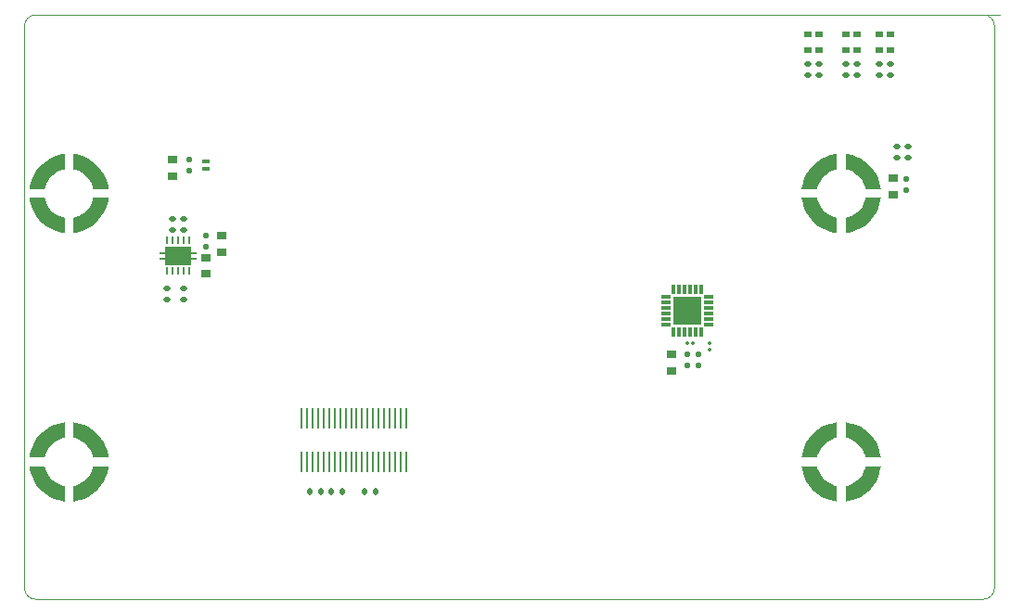
<source format=gtp>
G04*
G04 #@! TF.GenerationSoftware,Altium Limited,Altium Designer,24.5.2 (23)*
G04*
G04 Layer_Color=8421504*
%FSLAX25Y25*%
%MOIN*%
G70*
G04*
G04 #@! TF.SameCoordinates,F16C448E-738A-4C22-B855-8D49D10EB716*
G04*
G04*
G04 #@! TF.FilePolarity,Positive*
G04*
G01*
G75*
%ADD20C,0.00100*%
G04:AMPARAMS|DCode=21|XSize=23.62mil|YSize=17.72mil|CornerRadius=4.43mil|HoleSize=0mil|Usage=FLASHONLY|Rotation=90.000|XOffset=0mil|YOffset=0mil|HoleType=Round|Shape=RoundedRectangle|*
%AMROUNDEDRECTD21*
21,1,0.02362,0.00886,0,0,90.0*
21,1,0.01476,0.01772,0,0,90.0*
1,1,0.00886,0.00443,0.00738*
1,1,0.00886,0.00443,-0.00738*
1,1,0.00886,-0.00443,-0.00738*
1,1,0.00886,-0.00443,0.00738*
%
%ADD21ROUNDEDRECTD21*%
%ADD22R,0.10039X0.10039*%
G04:AMPARAMS|DCode=23|XSize=35.43mil|YSize=11.81mil|CornerRadius=2.95mil|HoleSize=0mil|Usage=FLASHONLY|Rotation=270.000|XOffset=0mil|YOffset=0mil|HoleType=Round|Shape=RoundedRectangle|*
%AMROUNDEDRECTD23*
21,1,0.03543,0.00591,0,0,270.0*
21,1,0.02953,0.01181,0,0,270.0*
1,1,0.00591,-0.00295,-0.01476*
1,1,0.00591,-0.00295,0.01476*
1,1,0.00591,0.00295,0.01476*
1,1,0.00591,0.00295,-0.01476*
%
%ADD23ROUNDEDRECTD23*%
G04:AMPARAMS|DCode=24|XSize=35.43mil|YSize=11.81mil|CornerRadius=2.95mil|HoleSize=0mil|Usage=FLASHONLY|Rotation=180.000|XOffset=0mil|YOffset=0mil|HoleType=Round|Shape=RoundedRectangle|*
%AMROUNDEDRECTD24*
21,1,0.03543,0.00591,0,0,180.0*
21,1,0.02953,0.01181,0,0,180.0*
1,1,0.00591,-0.01476,0.00295*
1,1,0.00591,0.01476,0.00295*
1,1,0.00591,0.01476,-0.00295*
1,1,0.00591,-0.01476,-0.00295*
%
%ADD24ROUNDEDRECTD24*%
G04:AMPARAMS|DCode=25|XSize=21.62mil|YSize=17.69mil|CornerRadius=3.92mil|HoleSize=0mil|Usage=FLASHONLY|Rotation=0.000|XOffset=0mil|YOffset=0mil|HoleType=Round|Shape=RoundedRectangle|*
%AMROUNDEDRECTD25*
21,1,0.02162,0.00984,0,0,0.0*
21,1,0.01378,0.01769,0,0,0.0*
1,1,0.00784,0.00689,-0.00492*
1,1,0.00784,-0.00689,-0.00492*
1,1,0.00784,-0.00689,0.00492*
1,1,0.00784,0.00689,0.00492*
%
%ADD25ROUNDEDRECTD25*%
G04:AMPARAMS|DCode=26|XSize=32.68mil|YSize=27.56mil|CornerRadius=2.76mil|HoleSize=0mil|Usage=FLASHONLY|Rotation=0.000|XOffset=0mil|YOffset=0mil|HoleType=Round|Shape=RoundedRectangle|*
%AMROUNDEDRECTD26*
21,1,0.03268,0.02205,0,0,0.0*
21,1,0.02717,0.02756,0,0,0.0*
1,1,0.00551,0.01358,-0.01102*
1,1,0.00551,-0.01358,-0.01102*
1,1,0.00551,-0.01358,0.01102*
1,1,0.00551,0.01358,0.01102*
%
%ADD26ROUNDEDRECTD26*%
G04:AMPARAMS|DCode=27|XSize=13.78mil|YSize=11.81mil|CornerRadius=2.95mil|HoleSize=0mil|Usage=FLASHONLY|Rotation=90.000|XOffset=0mil|YOffset=0mil|HoleType=Round|Shape=RoundedRectangle|*
%AMROUNDEDRECTD27*
21,1,0.01378,0.00591,0,0,90.0*
21,1,0.00787,0.01181,0,0,90.0*
1,1,0.00591,0.00295,0.00394*
1,1,0.00591,0.00295,-0.00394*
1,1,0.00591,-0.00295,-0.00394*
1,1,0.00591,-0.00295,0.00394*
%
%ADD27ROUNDEDRECTD27*%
G04:AMPARAMS|DCode=28|XSize=13.78mil|YSize=11.81mil|CornerRadius=2.95mil|HoleSize=0mil|Usage=FLASHONLY|Rotation=180.000|XOffset=0mil|YOffset=0mil|HoleType=Round|Shape=RoundedRectangle|*
%AMROUNDEDRECTD28*
21,1,0.01378,0.00591,0,0,180.0*
21,1,0.00787,0.01181,0,0,180.0*
1,1,0.00591,-0.00394,0.00295*
1,1,0.00591,0.00394,0.00295*
1,1,0.00591,0.00394,-0.00295*
1,1,0.00591,-0.00394,-0.00295*
%
%ADD28ROUNDEDRECTD28*%
G04:AMPARAMS|DCode=29|XSize=23.62mil|YSize=17.72mil|CornerRadius=4.43mil|HoleSize=0mil|Usage=FLASHONLY|Rotation=180.000|XOffset=0mil|YOffset=0mil|HoleType=Round|Shape=RoundedRectangle|*
%AMROUNDEDRECTD29*
21,1,0.02362,0.00886,0,0,180.0*
21,1,0.01476,0.01772,0,0,180.0*
1,1,0.00886,-0.00738,0.00443*
1,1,0.00886,0.00738,0.00443*
1,1,0.00886,0.00738,-0.00443*
1,1,0.00886,-0.00738,-0.00443*
%
%ADD29ROUNDEDRECTD29*%
%ADD30R,0.02756X0.02362*%
G04:AMPARAMS|DCode=31|XSize=70.87mil|YSize=9.84mil|CornerRadius=0.49mil|HoleSize=0mil|Usage=FLASHONLY|Rotation=270.000|XOffset=0mil|YOffset=0mil|HoleType=Round|Shape=RoundedRectangle|*
%AMROUNDEDRECTD31*
21,1,0.07087,0.00886,0,0,270.0*
21,1,0.06988,0.00984,0,0,270.0*
1,1,0.00098,-0.00443,-0.03494*
1,1,0.00098,-0.00443,0.03494*
1,1,0.00098,0.00443,0.03494*
1,1,0.00098,0.00443,-0.03494*
%
%ADD31ROUNDEDRECTD31*%
G04:AMPARAMS|DCode=32|XSize=23.62mil|YSize=9.84mil|CornerRadius=1.48mil|HoleSize=0mil|Usage=FLASHONLY|Rotation=270.000|XOffset=0mil|YOffset=0mil|HoleType=Round|Shape=RoundedRectangle|*
%AMROUNDEDRECTD32*
21,1,0.02362,0.00689,0,0,270.0*
21,1,0.02067,0.00984,0,0,270.0*
1,1,0.00295,-0.00344,-0.01033*
1,1,0.00295,-0.00344,0.01033*
1,1,0.00295,0.00344,0.01033*
1,1,0.00295,0.00344,-0.01033*
%
%ADD32ROUNDEDRECTD32*%
G04:AMPARAMS|DCode=33|XSize=94.49mil|YSize=64.96mil|CornerRadius=1.62mil|HoleSize=0mil|Usage=FLASHONLY|Rotation=0.000|XOffset=0mil|YOffset=0mil|HoleType=Round|Shape=RoundedRectangle|*
%AMROUNDEDRECTD33*
21,1,0.09449,0.06171,0,0,0.0*
21,1,0.09124,0.06496,0,0,0.0*
1,1,0.00325,0.04562,-0.03086*
1,1,0.00325,-0.04562,-0.03086*
1,1,0.00325,-0.04562,0.03086*
1,1,0.00325,0.04562,0.03086*
%
%ADD33ROUNDEDRECTD33*%
G04:AMPARAMS|DCode=34|XSize=19.69mil|YSize=9.84mil|CornerRadius=0mil|HoleSize=0mil|Usage=FLASHONLY|Rotation=0.000|XOffset=0mil|YOffset=0mil|HoleType=Round|Shape=RoundedRectangle|*
%AMROUNDEDRECTD34*
21,1,0.01969,0.00984,0,0,0.0*
21,1,0.01969,0.00984,0,0,0.0*
1,1,0.00000,0.00985,-0.00492*
1,1,0.00000,-0.00985,-0.00492*
1,1,0.00000,-0.00985,0.00492*
1,1,0.00000,0.00985,0.00492*
%
%ADD34ROUNDEDRECTD34*%
G04:AMPARAMS|DCode=35|XSize=13.78mil|YSize=23.62mil|CornerRadius=1.38mil|HoleSize=0mil|Usage=FLASHONLY|Rotation=90.000|XOffset=0mil|YOffset=0mil|HoleType=Round|Shape=RoundedRectangle|*
%AMROUNDEDRECTD35*
21,1,0.01378,0.02087,0,0,90.0*
21,1,0.01102,0.02362,0,0,90.0*
1,1,0.00276,0.01043,0.00551*
1,1,0.00276,0.01043,-0.00551*
1,1,0.00276,-0.01043,-0.00551*
1,1,0.00276,-0.01043,0.00551*
%
%ADD35ROUNDEDRECTD35*%
G36*
X942371Y607022D02*
X942372Y612569D01*
X941720Y612713D01*
X940458Y613147D01*
X939276Y613766D01*
X938201Y614556D01*
X937257Y615500D01*
X936467Y616575D01*
X935848Y617757D01*
X935414Y619019D01*
X935270Y619671D01*
Y619671D01*
X929723Y619671D01*
X929812Y618870D01*
X930168Y617298D01*
X930698Y615776D01*
X931396Y614323D01*
X932253Y612957D01*
X933257Y611697D01*
X934397Y610557D01*
X935658Y609552D01*
X937023Y608695D01*
X938476Y607997D01*
X939998Y607467D01*
X941570Y607111D01*
X942371Y607022D01*
D01*
D02*
G37*
G36*
X929723Y622822D02*
X935271Y622821D01*
X935415Y623472D01*
X935848Y624734D01*
X936467Y625917D01*
X937258Y626992D01*
X938201Y627935D01*
X939276Y628726D01*
X940458Y629345D01*
X941720Y629779D01*
X942372Y629923D01*
X942372Y629923D01*
X942372Y635470D01*
X941571Y635381D01*
X939999Y635025D01*
X938477Y634494D01*
X937024Y633797D01*
X935659Y632940D01*
X934398Y631935D01*
X933258Y630796D01*
X932254Y629535D01*
X931397Y628170D01*
X930699Y626717D01*
X930168Y625195D01*
X929812Y623623D01*
X929723Y622822D01*
Y622822D01*
D02*
G37*
G36*
X958171Y619670D02*
X952624Y619671D01*
X952480Y619019D01*
X952046Y617757D01*
X951427Y616575D01*
X950637Y615499D01*
X949693Y614556D01*
X948618Y613765D01*
X947436Y613146D01*
X946174Y612713D01*
X945522Y612569D01*
X945522Y612569D01*
X945522Y607022D01*
X946323Y607110D01*
X947895Y607466D01*
X949417Y607997D01*
X950870Y608695D01*
X952236Y609551D01*
X953496Y610556D01*
X954636Y611696D01*
X955641Y612956D01*
X956498Y614322D01*
X957196Y615774D01*
X957726Y617297D01*
X958082Y618868D01*
X958171Y619670D01*
X958171D01*
D02*
G37*
G36*
X945523Y635470D02*
X945522Y629922D01*
X946174Y629778D01*
X947436Y629345D01*
X948618Y628726D01*
X949693Y627935D01*
X950637Y626992D01*
X951427Y625917D01*
X952047Y624734D01*
X952480Y623472D01*
X952624Y622821D01*
X952624Y622821D01*
X958171Y622821D01*
X958083Y623622D01*
X957726Y625194D01*
X957196Y626716D01*
X956498Y628169D01*
X955641Y629534D01*
X954637Y630795D01*
X953497Y631934D01*
X952237Y632939D01*
X950871Y633796D01*
X949419Y634494D01*
X947896Y635025D01*
X946324Y635381D01*
X945523Y635470D01*
X945523Y635470D01*
D02*
G37*
G36*
X942371Y703478D02*
X942372Y709026D01*
X941720Y709170D01*
X940458Y709603D01*
X939276Y710222D01*
X938201Y711013D01*
X937257Y711956D01*
X936467Y713031D01*
X935848Y714214D01*
X935414Y715476D01*
X935270Y716127D01*
Y716127D01*
X929723Y716127D01*
X929812Y715326D01*
X930168Y713754D01*
X930698Y712232D01*
X931396Y710779D01*
X932253Y709414D01*
X933257Y708153D01*
X934397Y707014D01*
X935658Y706009D01*
X937023Y705152D01*
X938476Y704454D01*
X939998Y703923D01*
X941570Y703567D01*
X942371Y703478D01*
D01*
D02*
G37*
G36*
X929723Y719278D02*
X935271Y719277D01*
X935415Y719929D01*
X935848Y721191D01*
X936467Y722373D01*
X937258Y723448D01*
X938201Y724392D01*
X939276Y725182D01*
X940458Y725802D01*
X941720Y726235D01*
X942372Y726379D01*
X942372Y726379D01*
X942372Y731926D01*
X941571Y731838D01*
X939999Y731482D01*
X938477Y730951D01*
X937024Y730253D01*
X935659Y729397D01*
X934398Y728392D01*
X933258Y727252D01*
X932254Y725992D01*
X931397Y724626D01*
X930699Y723174D01*
X930168Y721652D01*
X929812Y720080D01*
X929723Y719278D01*
Y719278D01*
D02*
G37*
G36*
X958171Y716126D02*
X952624Y716127D01*
X952480Y715476D01*
X952046Y714214D01*
X951427Y713031D01*
X950637Y711956D01*
X949693Y711013D01*
X948618Y710222D01*
X947436Y709603D01*
X946174Y709169D01*
X945522Y709025D01*
X945522Y709025D01*
X945522Y703478D01*
X946323Y703567D01*
X947895Y703923D01*
X949417Y704454D01*
X950870Y705151D01*
X952236Y706008D01*
X953496Y707013D01*
X954636Y708152D01*
X955641Y709413D01*
X956498Y710778D01*
X957196Y712231D01*
X957726Y713753D01*
X958082Y715325D01*
X958171Y716126D01*
X958171D01*
D02*
G37*
G36*
X945523Y731926D02*
X945522Y726379D01*
X946174Y726235D01*
X947436Y725801D01*
X948618Y725182D01*
X949693Y724392D01*
X950637Y723448D01*
X951427Y722373D01*
X952047Y721191D01*
X952480Y719929D01*
X952624Y719277D01*
X952624Y719277D01*
X958171Y719277D01*
X958083Y720078D01*
X957726Y721650D01*
X957196Y723172D01*
X956498Y724625D01*
X955641Y725991D01*
X954637Y727251D01*
X953497Y728391D01*
X952237Y729396D01*
X950871Y730253D01*
X949419Y730951D01*
X947896Y731481D01*
X946324Y731838D01*
X945523Y731926D01*
X945523Y731926D01*
D02*
G37*
G36*
X1219930Y607022D02*
X1219932Y612569D01*
X1219279Y612713D01*
X1218017Y613147D01*
X1216835Y613766D01*
X1215760Y614556D01*
X1214817Y615500D01*
X1214026Y616575D01*
X1213407Y617757D01*
X1212973Y619019D01*
X1212829Y619671D01*
Y619671D01*
X1207282Y619671D01*
X1207371Y618870D01*
X1207727Y617298D01*
X1208257Y615776D01*
X1208955Y614323D01*
X1209812Y612957D01*
X1210817Y611697D01*
X1211956Y610557D01*
X1213217Y609552D01*
X1214582Y608695D01*
X1216035Y607997D01*
X1217557Y607467D01*
X1219129Y607111D01*
X1219930Y607022D01*
D01*
D02*
G37*
G36*
X1207282Y622822D02*
X1212830Y622821D01*
X1212974Y623472D01*
X1213407Y624734D01*
X1214026Y625917D01*
X1214817Y626992D01*
X1215760Y627935D01*
X1216835Y628726D01*
X1218017Y629345D01*
X1219279Y629779D01*
X1219931Y629923D01*
X1219931Y629923D01*
X1219932Y635470D01*
X1219130Y635381D01*
X1217558Y635025D01*
X1216036Y634494D01*
X1214583Y633797D01*
X1213218Y632940D01*
X1211957Y631935D01*
X1210817Y630796D01*
X1209813Y629535D01*
X1208956Y628170D01*
X1208258Y626717D01*
X1207727Y625195D01*
X1207371Y623623D01*
X1207282Y622822D01*
Y622822D01*
D02*
G37*
G36*
X1235730Y619670D02*
X1230183Y619671D01*
X1230039Y619019D01*
X1229605Y617757D01*
X1228986Y616575D01*
X1228196Y615499D01*
X1227252Y614556D01*
X1226177Y613765D01*
X1224995Y613146D01*
X1223733Y612713D01*
X1223081Y612569D01*
X1223081Y612569D01*
X1223081Y607022D01*
X1223882Y607110D01*
X1225454Y607466D01*
X1226976Y607997D01*
X1228429Y608695D01*
X1229795Y609551D01*
X1231055Y610556D01*
X1232195Y611696D01*
X1233200Y612956D01*
X1234057Y614322D01*
X1234755Y615774D01*
X1235285Y617297D01*
X1235641Y618868D01*
X1235730Y619670D01*
X1235730D01*
D02*
G37*
G36*
X1223082Y635470D02*
X1223081Y629922D01*
X1223733Y629778D01*
X1224995Y629345D01*
X1226177Y628726D01*
X1227252Y627935D01*
X1228196Y626992D01*
X1228986Y625917D01*
X1229606Y624734D01*
X1230039Y623472D01*
X1230183Y622821D01*
X1230183Y622821D01*
X1235730Y622821D01*
X1235642Y623622D01*
X1235286Y625194D01*
X1234755Y626716D01*
X1234057Y628169D01*
X1233201Y629534D01*
X1232196Y630795D01*
X1231056Y631934D01*
X1229796Y632939D01*
X1228430Y633796D01*
X1226978Y634494D01*
X1225455Y635025D01*
X1223883Y635381D01*
X1223082Y635470D01*
X1223082Y635470D01*
D02*
G37*
G36*
X1219930Y703478D02*
X1219932Y709026D01*
X1219279Y709170D01*
X1218017Y709603D01*
X1216835Y710222D01*
X1215760Y711013D01*
X1214817Y711956D01*
X1214026Y713031D01*
X1213407Y714214D01*
X1212973Y715476D01*
X1212829Y716127D01*
Y716127D01*
X1207282Y716127D01*
X1207371Y715326D01*
X1207727Y713754D01*
X1208257Y712232D01*
X1208955Y710779D01*
X1209812Y709414D01*
X1210817Y708153D01*
X1211956Y707014D01*
X1213217Y706009D01*
X1214582Y705152D01*
X1216035Y704454D01*
X1217557Y703923D01*
X1219129Y703567D01*
X1219930Y703478D01*
D01*
D02*
G37*
G36*
X1207282Y719278D02*
X1212830Y719277D01*
X1212974Y719929D01*
X1213407Y721191D01*
X1214026Y722373D01*
X1214817Y723448D01*
X1215760Y724392D01*
X1216835Y725182D01*
X1218017Y725802D01*
X1219279Y726235D01*
X1219931Y726379D01*
X1219931Y726379D01*
X1219932Y731926D01*
X1219130Y731838D01*
X1217558Y731482D01*
X1216036Y730951D01*
X1214583Y730253D01*
X1213218Y729397D01*
X1211957Y728392D01*
X1210817Y727252D01*
X1209813Y725992D01*
X1208956Y724626D01*
X1208258Y723174D01*
X1207727Y721652D01*
X1207371Y720080D01*
X1207282Y719278D01*
Y719278D01*
D02*
G37*
G36*
X1235730Y716126D02*
X1230183Y716127D01*
X1230039Y715476D01*
X1229605Y714214D01*
X1228986Y713031D01*
X1228196Y711956D01*
X1227252Y711013D01*
X1226177Y710222D01*
X1224995Y709603D01*
X1223733Y709169D01*
X1223081Y709025D01*
X1223081Y709025D01*
X1223081Y703478D01*
X1223882Y703567D01*
X1225454Y703923D01*
X1226976Y704454D01*
X1228429Y705151D01*
X1229795Y706008D01*
X1231055Y707013D01*
X1232195Y708152D01*
X1233200Y709413D01*
X1234057Y710778D01*
X1234755Y712231D01*
X1235285Y713753D01*
X1235641Y715325D01*
X1235730Y716126D01*
X1235730D01*
D02*
G37*
G36*
X1223082Y731926D02*
X1223081Y726379D01*
X1223733Y726235D01*
X1224995Y725801D01*
X1226177Y725182D01*
X1227252Y724392D01*
X1228196Y723448D01*
X1228986Y722373D01*
X1229606Y721191D01*
X1230039Y719929D01*
X1230183Y719277D01*
X1230184Y719277D01*
X1235730Y719277D01*
X1235642Y720078D01*
X1235286Y721650D01*
X1234755Y723172D01*
X1234057Y724625D01*
X1233201Y725991D01*
X1232196Y727251D01*
X1231056Y728391D01*
X1229796Y729396D01*
X1228430Y730253D01*
X1226978Y730951D01*
X1225455Y731481D01*
X1223883Y731838D01*
X1223082Y731926D01*
X1223082Y731926D01*
D02*
G37*
D20*
X1276514Y777976D02*
G03*
X1272514Y781876I-3950J-50D01*
G01*
X1272614Y571876D02*
G03*
X1276514Y575876I-50J3950D01*
G01*
X927963Y575876D02*
G03*
X931963Y571876I4000J0D01*
G01*
Y781876D02*
G03*
X927963Y777976I-50J-3950D01*
G01*
X1276514Y575876D02*
Y777976D01*
X1181963Y781876D02*
X1278420D01*
X931963D02*
X1181963D01*
X931963Y571876D02*
X1272614D01*
X927963Y575876D02*
Y777976D01*
D21*
X1050042Y610616D02*
D03*
X1054042D02*
D03*
X1034325D02*
D03*
X1030325D02*
D03*
X1042231D02*
D03*
X1038231D02*
D03*
D22*
X1166215Y675576D02*
D03*
D23*
X1171136Y667899D02*
D03*
X1169168D02*
D03*
X1167199D02*
D03*
X1165231D02*
D03*
X1163262D02*
D03*
X1161294D02*
D03*
Y683253D02*
D03*
X1163262D02*
D03*
X1165231D02*
D03*
X1167199D02*
D03*
X1169168D02*
D03*
X1171136D02*
D03*
D24*
X1158538Y670655D02*
D03*
Y672624D02*
D03*
Y674592D02*
D03*
Y676561D02*
D03*
Y678529D02*
D03*
Y680498D02*
D03*
X1173892D02*
D03*
Y678529D02*
D03*
Y676561D02*
D03*
Y674592D02*
D03*
Y672624D02*
D03*
Y670655D02*
D03*
D25*
X1166215Y659828D02*
D03*
Y655891D02*
D03*
X1170152Y659828D02*
D03*
Y655891D02*
D03*
X1244955Y722821D02*
D03*
Y718884D02*
D03*
X992987Y698608D02*
D03*
Y702545D02*
D03*
X987081Y725970D02*
D03*
Y729907D02*
D03*
D26*
X1160590Y659929D02*
D03*
Y654023D02*
D03*
X1240206Y717389D02*
D03*
Y723295D02*
D03*
X992987Y688765D02*
D03*
Y694671D02*
D03*
X998892Y702545D02*
D03*
Y696639D02*
D03*
X981176Y729907D02*
D03*
Y724002D02*
D03*
D27*
X1168184Y663765D02*
D03*
X1166018D02*
D03*
D28*
X1174089D02*
D03*
Y661600D02*
D03*
D29*
X1239050Y760190D02*
D03*
Y764190D02*
D03*
X1235113Y760159D02*
D03*
Y764159D02*
D03*
X1227239Y760190D02*
D03*
Y764190D02*
D03*
X1223302Y760190D02*
D03*
Y764190D02*
D03*
X1241609Y734663D02*
D03*
Y730663D02*
D03*
X1245546Y730600D02*
D03*
Y734600D02*
D03*
X981176Y704513D02*
D03*
Y708513D02*
D03*
X985113D02*
D03*
Y704513D02*
D03*
X985113Y679482D02*
D03*
Y683482D02*
D03*
X979207Y679450D02*
D03*
Y683450D02*
D03*
X1209522Y764159D02*
D03*
Y760159D02*
D03*
X1213459Y764159D02*
D03*
Y760159D02*
D03*
D30*
X1235113Y769277D02*
D03*
X1239050D02*
D03*
Y774789D02*
D03*
X1235113D02*
D03*
X1223302Y769277D02*
D03*
X1227239D02*
D03*
Y774789D02*
D03*
X1223302D02*
D03*
X1209522Y774757D02*
D03*
X1213459D02*
D03*
Y769246D02*
D03*
X1209522D02*
D03*
D31*
X1059105Y621246D02*
D03*
X1057136D02*
D03*
X1065010Y636994D02*
D03*
X1063042D02*
D03*
X1061073D02*
D03*
X1059105D02*
D03*
X1057136D02*
D03*
X1037451D02*
D03*
X1045325Y621246D02*
D03*
X1037451D02*
D03*
X1029577D02*
D03*
X1055168Y636994D02*
D03*
X1053199D02*
D03*
X1051231D02*
D03*
X1065010Y621246D02*
D03*
X1063042D02*
D03*
X1061073D02*
D03*
X1055168D02*
D03*
X1053199D02*
D03*
X1051231D02*
D03*
X1041388D02*
D03*
X1043357D02*
D03*
X1039420D02*
D03*
X1035483D02*
D03*
X1031546D02*
D03*
X1027609D02*
D03*
Y636994D02*
D03*
X1031546D02*
D03*
X1029577D02*
D03*
X1043357D02*
D03*
X1049262Y621246D02*
D03*
Y636994D02*
D03*
X1047294Y621246D02*
D03*
Y636994D02*
D03*
X1045325D02*
D03*
X1035483D02*
D03*
X1033514Y621246D02*
D03*
Y636994D02*
D03*
X1041388D02*
D03*
X1039420D02*
D03*
D32*
X987081Y700773D02*
D03*
X985113D02*
D03*
X983144D02*
D03*
X981175D02*
D03*
X979207D02*
D03*
Y689749D02*
D03*
X981175D02*
D03*
X983144D02*
D03*
X985113D02*
D03*
X987081D02*
D03*
D33*
X983144Y695261D02*
D03*
D34*
X988853Y696245D02*
D03*
Y694277D02*
D03*
X977435Y696245D02*
D03*
Y694277D02*
D03*
D35*
X992987Y726659D02*
D03*
Y729218D02*
D03*
M02*

</source>
